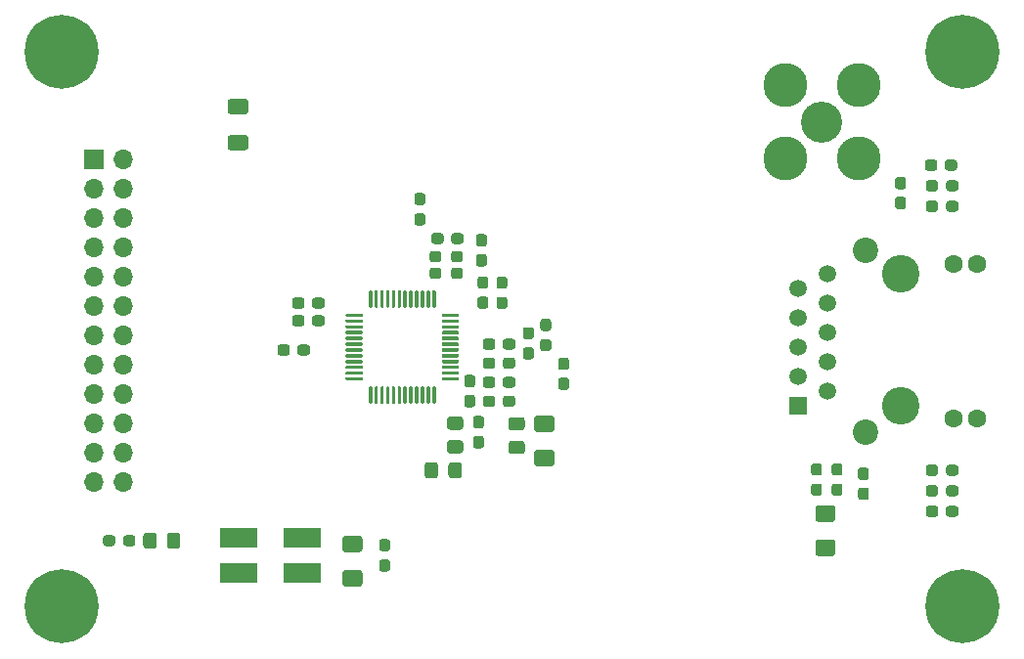
<source format=gts>
G04 #@! TF.GenerationSoftware,KiCad,Pcbnew,(5.1.12)-1*
G04 #@! TF.CreationDate,2021-12-16T18:47:01+01:00*
G04 #@! TF.ProjectId,eth_phy_KSZ8041MLL_poe,6574685f-7068-4795-9f4b-535a38303431,rev?*
G04 #@! TF.SameCoordinates,Original*
G04 #@! TF.FileFunction,Soldermask,Top*
G04 #@! TF.FilePolarity,Negative*
%FSLAX46Y46*%
G04 Gerber Fmt 4.6, Leading zero omitted, Abs format (unit mm)*
G04 Created by KiCad (PCBNEW (5.1.12)-1) date 2021-12-16 18:47:01*
%MOMM*%
%LPD*%
G01*
G04 APERTURE LIST*
%ADD10C,1.600000*%
%ADD11R,1.500000X1.500000*%
%ADD12C,1.500000*%
%ADD13C,2.200000*%
%ADD14C,3.250000*%
%ADD15R,3.300000X1.700000*%
%ADD16R,1.700000X1.700000*%
%ADD17O,1.700000X1.700000*%
%ADD18C,3.810000*%
%ADD19C,3.556000*%
%ADD20C,0.800000*%
%ADD21C,6.400000*%
G04 APERTURE END LIST*
D10*
X191260000Y-75316000D03*
X193290000Y-75316000D03*
X191260000Y-88766000D03*
D11*
X177800000Y-87630000D03*
D12*
X177800000Y-85090000D03*
X177800000Y-82550000D03*
X177800000Y-80010000D03*
X177800000Y-77470000D03*
X180340000Y-86360000D03*
X180340000Y-83820000D03*
X180340000Y-81280000D03*
X180340000Y-78740000D03*
D13*
X183642000Y-89916000D03*
D14*
X186690000Y-87630000D03*
X186690000Y-76200000D03*
D13*
X183640000Y-74170000D03*
D10*
X193290000Y-88766000D03*
D12*
X180340000Y-76200000D03*
G36*
G01*
X150492000Y-85835500D02*
X150492000Y-85360500D01*
G75*
G02*
X150729500Y-85123000I237500J0D01*
G01*
X151329500Y-85123000D01*
G75*
G02*
X151567000Y-85360500I0J-237500D01*
G01*
X151567000Y-85835500D01*
G75*
G02*
X151329500Y-86073000I-237500J0D01*
G01*
X150729500Y-86073000D01*
G75*
G02*
X150492000Y-85835500I0J237500D01*
G01*
G37*
G36*
G01*
X152217000Y-85835500D02*
X152217000Y-85360500D01*
G75*
G02*
X152454500Y-85123000I237500J0D01*
G01*
X153054500Y-85123000D01*
G75*
G02*
X153292000Y-85360500I0J-237500D01*
G01*
X153292000Y-85835500D01*
G75*
G02*
X153054500Y-86073000I-237500J0D01*
G01*
X152454500Y-86073000D01*
G75*
G02*
X152217000Y-85835500I0J237500D01*
G01*
G37*
G36*
G01*
X148820500Y-72914500D02*
X148820500Y-73389500D01*
G75*
G02*
X148583000Y-73627000I-237500J0D01*
G01*
X147983000Y-73627000D01*
G75*
G02*
X147745500Y-73389500I0J237500D01*
G01*
X147745500Y-72914500D01*
G75*
G02*
X147983000Y-72677000I237500J0D01*
G01*
X148583000Y-72677000D01*
G75*
G02*
X148820500Y-72914500I0J-237500D01*
G01*
G37*
G36*
G01*
X147095500Y-72914500D02*
X147095500Y-73389500D01*
G75*
G02*
X146858000Y-73627000I-237500J0D01*
G01*
X146258000Y-73627000D01*
G75*
G02*
X146020500Y-73389500I0J237500D01*
G01*
X146020500Y-72914500D01*
G75*
G02*
X146258000Y-72677000I237500J0D01*
G01*
X146858000Y-72677000D01*
G75*
G02*
X147095500Y-72914500I0J-237500D01*
G01*
G37*
G36*
G01*
X129936002Y-65509500D02*
X128635998Y-65509500D01*
G75*
G02*
X128386000Y-65259502I0J249998D01*
G01*
X128386000Y-64434498D01*
G75*
G02*
X128635998Y-64184500I249998J0D01*
G01*
X129936002Y-64184500D01*
G75*
G02*
X130186000Y-64434498I0J-249998D01*
G01*
X130186000Y-65259502D01*
G75*
G02*
X129936002Y-65509500I-249998J0D01*
G01*
G37*
G36*
G01*
X129936002Y-62384500D02*
X128635998Y-62384500D01*
G75*
G02*
X128386000Y-62134502I0J249998D01*
G01*
X128386000Y-61309498D01*
G75*
G02*
X128635998Y-61059500I249998J0D01*
G01*
X129936002Y-61059500D01*
G75*
G02*
X130186000Y-61309498I0J-249998D01*
G01*
X130186000Y-62134502D01*
G75*
G02*
X129936002Y-62384500I-249998J0D01*
G01*
G37*
G36*
G01*
X135057000Y-78502500D02*
X135057000Y-78977500D01*
G75*
G02*
X134819500Y-79215000I-237500J0D01*
G01*
X134219500Y-79215000D01*
G75*
G02*
X133982000Y-78977500I0J237500D01*
G01*
X133982000Y-78502500D01*
G75*
G02*
X134219500Y-78265000I237500J0D01*
G01*
X134819500Y-78265000D01*
G75*
G02*
X135057000Y-78502500I0J-237500D01*
G01*
G37*
G36*
G01*
X136782000Y-78502500D02*
X136782000Y-78977500D01*
G75*
G02*
X136544500Y-79215000I-237500J0D01*
G01*
X135944500Y-79215000D01*
G75*
G02*
X135707000Y-78977500I0J237500D01*
G01*
X135707000Y-78502500D01*
G75*
G02*
X135944500Y-78265000I237500J0D01*
G01*
X136544500Y-78265000D01*
G75*
G02*
X136782000Y-78502500I0J-237500D01*
G01*
G37*
G36*
G01*
X136782000Y-80026500D02*
X136782000Y-80501500D01*
G75*
G02*
X136544500Y-80739000I-237500J0D01*
G01*
X135944500Y-80739000D01*
G75*
G02*
X135707000Y-80501500I0J237500D01*
G01*
X135707000Y-80026500D01*
G75*
G02*
X135944500Y-79789000I237500J0D01*
G01*
X136544500Y-79789000D01*
G75*
G02*
X136782000Y-80026500I0J-237500D01*
G01*
G37*
G36*
G01*
X135057000Y-80026500D02*
X135057000Y-80501500D01*
G75*
G02*
X134819500Y-80739000I-237500J0D01*
G01*
X134219500Y-80739000D01*
G75*
G02*
X133982000Y-80501500I0J237500D01*
G01*
X133982000Y-80026500D01*
G75*
G02*
X134219500Y-79789000I237500J0D01*
G01*
X134819500Y-79789000D01*
G75*
G02*
X135057000Y-80026500I0J-237500D01*
G01*
G37*
G36*
G01*
X155178600Y-91453000D02*
X156428600Y-91453000D01*
G75*
G02*
X156678600Y-91703000I0J-250000D01*
G01*
X156678600Y-92628000D01*
G75*
G02*
X156428600Y-92878000I-250000J0D01*
G01*
X155178600Y-92878000D01*
G75*
G02*
X154928600Y-92628000I0J250000D01*
G01*
X154928600Y-91703000D01*
G75*
G02*
X155178600Y-91453000I250000J0D01*
G01*
G37*
G36*
G01*
X155178600Y-88478000D02*
X156428600Y-88478000D01*
G75*
G02*
X156678600Y-88728000I0J-250000D01*
G01*
X156678600Y-89653000D01*
G75*
G02*
X156428600Y-89903000I-250000J0D01*
G01*
X155178600Y-89903000D01*
G75*
G02*
X154928600Y-89653000I0J250000D01*
G01*
X154928600Y-88728000D01*
G75*
G02*
X155178600Y-88478000I250000J0D01*
G01*
G37*
G36*
G01*
X152217000Y-82533500D02*
X152217000Y-82058500D01*
G75*
G02*
X152454500Y-81821000I237500J0D01*
G01*
X153054500Y-81821000D01*
G75*
G02*
X153292000Y-82058500I0J-237500D01*
G01*
X153292000Y-82533500D01*
G75*
G02*
X153054500Y-82771000I-237500J0D01*
G01*
X152454500Y-82771000D01*
G75*
G02*
X152217000Y-82533500I0J237500D01*
G01*
G37*
G36*
G01*
X150492000Y-82533500D02*
X150492000Y-82058500D01*
G75*
G02*
X150729500Y-81821000I237500J0D01*
G01*
X151329500Y-81821000D01*
G75*
G02*
X151567000Y-82058500I0J-237500D01*
G01*
X151567000Y-82533500D01*
G75*
G02*
X151329500Y-82771000I-237500J0D01*
G01*
X150729500Y-82771000D01*
G75*
G02*
X150492000Y-82533500I0J237500D01*
G01*
G37*
G36*
G01*
X152217000Y-84184500D02*
X152217000Y-83709500D01*
G75*
G02*
X152454500Y-83472000I237500J0D01*
G01*
X153054500Y-83472000D01*
G75*
G02*
X153292000Y-83709500I0J-237500D01*
G01*
X153292000Y-84184500D01*
G75*
G02*
X153054500Y-84422000I-237500J0D01*
G01*
X152454500Y-84422000D01*
G75*
G02*
X152217000Y-84184500I0J237500D01*
G01*
G37*
G36*
G01*
X150492000Y-84184500D02*
X150492000Y-83709500D01*
G75*
G02*
X150729500Y-83472000I237500J0D01*
G01*
X151329500Y-83472000D01*
G75*
G02*
X151567000Y-83709500I0J-237500D01*
G01*
X151567000Y-84184500D01*
G75*
G02*
X151329500Y-84422000I-237500J0D01*
G01*
X150729500Y-84422000D01*
G75*
G02*
X150492000Y-84184500I0J237500D01*
G01*
G37*
G36*
G01*
X149876500Y-88516000D02*
X150351500Y-88516000D01*
G75*
G02*
X150589000Y-88753500I0J-237500D01*
G01*
X150589000Y-89353500D01*
G75*
G02*
X150351500Y-89591000I-237500J0D01*
G01*
X149876500Y-89591000D01*
G75*
G02*
X149639000Y-89353500I0J237500D01*
G01*
X149639000Y-88753500D01*
G75*
G02*
X149876500Y-88516000I237500J0D01*
G01*
G37*
G36*
G01*
X149876500Y-90241000D02*
X150351500Y-90241000D01*
G75*
G02*
X150589000Y-90478500I0J-237500D01*
G01*
X150589000Y-91078500D01*
G75*
G02*
X150351500Y-91316000I-237500J0D01*
G01*
X149876500Y-91316000D01*
G75*
G02*
X149639000Y-91078500I0J237500D01*
G01*
X149639000Y-90478500D01*
G75*
G02*
X149876500Y-90241000I237500J0D01*
G01*
G37*
G36*
G01*
X135512000Y-82566500D02*
X135512000Y-83041500D01*
G75*
G02*
X135274500Y-83279000I-237500J0D01*
G01*
X134674500Y-83279000D01*
G75*
G02*
X134437000Y-83041500I0J237500D01*
G01*
X134437000Y-82566500D01*
G75*
G02*
X134674500Y-82329000I237500J0D01*
G01*
X135274500Y-82329000D01*
G75*
G02*
X135512000Y-82566500I0J-237500D01*
G01*
G37*
G36*
G01*
X133787000Y-82566500D02*
X133787000Y-83041500D01*
G75*
G02*
X133549500Y-83279000I-237500J0D01*
G01*
X132949500Y-83279000D01*
G75*
G02*
X132712000Y-83041500I0J237500D01*
G01*
X132712000Y-82566500D01*
G75*
G02*
X132949500Y-82329000I237500J0D01*
G01*
X133549500Y-82329000D01*
G75*
G02*
X133787000Y-82566500I0J-237500D01*
G01*
G37*
G36*
G01*
X186876700Y-70615000D02*
X186401700Y-70615000D01*
G75*
G02*
X186164200Y-70377500I0J237500D01*
G01*
X186164200Y-69777500D01*
G75*
G02*
X186401700Y-69540000I237500J0D01*
G01*
X186876700Y-69540000D01*
G75*
G02*
X187114200Y-69777500I0J-237500D01*
G01*
X187114200Y-70377500D01*
G75*
G02*
X186876700Y-70615000I-237500J0D01*
G01*
G37*
G36*
G01*
X186876700Y-68890000D02*
X186401700Y-68890000D01*
G75*
G02*
X186164200Y-68652500I0J237500D01*
G01*
X186164200Y-68052500D01*
G75*
G02*
X186401700Y-67815000I237500J0D01*
G01*
X186876700Y-67815000D01*
G75*
G02*
X187114200Y-68052500I0J-237500D01*
G01*
X187114200Y-68652500D01*
G75*
G02*
X186876700Y-68890000I-237500J0D01*
G01*
G37*
G36*
G01*
X152217000Y-87486500D02*
X152217000Y-87011500D01*
G75*
G02*
X152454500Y-86774000I237500J0D01*
G01*
X153054500Y-86774000D01*
G75*
G02*
X153292000Y-87011500I0J-237500D01*
G01*
X153292000Y-87486500D01*
G75*
G02*
X153054500Y-87724000I-237500J0D01*
G01*
X152454500Y-87724000D01*
G75*
G02*
X152217000Y-87486500I0J237500D01*
G01*
G37*
G36*
G01*
X150492000Y-87486500D02*
X150492000Y-87011500D01*
G75*
G02*
X150729500Y-86774000I237500J0D01*
G01*
X151329500Y-86774000D01*
G75*
G02*
X151567000Y-87011500I0J-237500D01*
G01*
X151567000Y-87486500D01*
G75*
G02*
X151329500Y-87724000I-237500J0D01*
G01*
X150729500Y-87724000D01*
G75*
G02*
X150492000Y-87486500I0J237500D01*
G01*
G37*
G36*
G01*
X183201300Y-94711400D02*
X183676300Y-94711400D01*
G75*
G02*
X183913800Y-94948900I0J-237500D01*
G01*
X183913800Y-95548900D01*
G75*
G02*
X183676300Y-95786400I-237500J0D01*
G01*
X183201300Y-95786400D01*
G75*
G02*
X182963800Y-95548900I0J237500D01*
G01*
X182963800Y-94948900D01*
G75*
G02*
X183201300Y-94711400I237500J0D01*
G01*
G37*
G36*
G01*
X183201300Y-92986400D02*
X183676300Y-92986400D01*
G75*
G02*
X183913800Y-93223900I0J-237500D01*
G01*
X183913800Y-93823900D01*
G75*
G02*
X183676300Y-94061400I-237500J0D01*
G01*
X183201300Y-94061400D01*
G75*
G02*
X182963800Y-93823900I0J237500D01*
G01*
X182963800Y-93223900D01*
G75*
G02*
X183201300Y-92986400I237500J0D01*
G01*
G37*
G36*
G01*
X149114500Y-84960000D02*
X149589500Y-84960000D01*
G75*
G02*
X149827000Y-85197500I0J-237500D01*
G01*
X149827000Y-85797500D01*
G75*
G02*
X149589500Y-86035000I-237500J0D01*
G01*
X149114500Y-86035000D01*
G75*
G02*
X148877000Y-85797500I0J237500D01*
G01*
X148877000Y-85197500D01*
G75*
G02*
X149114500Y-84960000I237500J0D01*
G01*
G37*
G36*
G01*
X149114500Y-86685000D02*
X149589500Y-86685000D01*
G75*
G02*
X149827000Y-86922500I0J-237500D01*
G01*
X149827000Y-87522500D01*
G75*
G02*
X149589500Y-87760000I-237500J0D01*
G01*
X149114500Y-87760000D01*
G75*
G02*
X148877000Y-87522500I0J237500D01*
G01*
X148877000Y-86922500D01*
G75*
G02*
X149114500Y-86685000I237500J0D01*
G01*
G37*
G36*
G01*
X179511800Y-96250400D02*
X180761800Y-96250400D01*
G75*
G02*
X181011800Y-96500400I0J-250000D01*
G01*
X181011800Y-97425400D01*
G75*
G02*
X180761800Y-97675400I-250000J0D01*
G01*
X179511800Y-97675400D01*
G75*
G02*
X179261800Y-97425400I0J250000D01*
G01*
X179261800Y-96500400D01*
G75*
G02*
X179511800Y-96250400I250000J0D01*
G01*
G37*
G36*
G01*
X179511800Y-99225400D02*
X180761800Y-99225400D01*
G75*
G02*
X181011800Y-99475400I0J-250000D01*
G01*
X181011800Y-100400400D01*
G75*
G02*
X180761800Y-100650400I-250000J0D01*
G01*
X179511800Y-100650400D01*
G75*
G02*
X179261800Y-100400400I0J250000D01*
G01*
X179261800Y-99475400D01*
G75*
G02*
X179511800Y-99225400I250000J0D01*
G01*
G37*
G36*
G01*
X190470500Y-67039500D02*
X190470500Y-66564500D01*
G75*
G02*
X190708000Y-66327000I237500J0D01*
G01*
X191308000Y-66327000D01*
G75*
G02*
X191545500Y-66564500I0J-237500D01*
G01*
X191545500Y-67039500D01*
G75*
G02*
X191308000Y-67277000I-237500J0D01*
G01*
X190708000Y-67277000D01*
G75*
G02*
X190470500Y-67039500I0J237500D01*
G01*
G37*
G36*
G01*
X188745500Y-67039500D02*
X188745500Y-66564500D01*
G75*
G02*
X188983000Y-66327000I237500J0D01*
G01*
X189583000Y-66327000D01*
G75*
G02*
X189820500Y-66564500I0J-237500D01*
G01*
X189820500Y-67039500D01*
G75*
G02*
X189583000Y-67277000I-237500J0D01*
G01*
X188983000Y-67277000D01*
G75*
G02*
X188745500Y-67039500I0J237500D01*
G01*
G37*
D15*
X129330000Y-99060000D03*
X134830000Y-99060000D03*
X134830000Y-102108000D03*
X129330000Y-102108000D03*
G36*
G01*
X124291000Y-98863999D02*
X124291000Y-99764001D01*
G75*
G02*
X124041001Y-100014000I-249999J0D01*
G01*
X123390999Y-100014000D01*
G75*
G02*
X123141000Y-99764001I0J249999D01*
G01*
X123141000Y-98863999D01*
G75*
G02*
X123390999Y-98614000I249999J0D01*
G01*
X124041001Y-98614000D01*
G75*
G02*
X124291000Y-98863999I0J-249999D01*
G01*
G37*
G36*
G01*
X122241000Y-98863999D02*
X122241000Y-99764001D01*
G75*
G02*
X121991001Y-100014000I-249999J0D01*
G01*
X121340999Y-100014000D01*
G75*
G02*
X121091000Y-99764001I0J249999D01*
G01*
X121091000Y-98863999D01*
G75*
G02*
X121340999Y-98614000I249999J0D01*
G01*
X121991001Y-98614000D01*
G75*
G02*
X122241000Y-98863999I0J-249999D01*
G01*
G37*
G36*
G01*
X152965999Y-88620800D02*
X153866001Y-88620800D01*
G75*
G02*
X154116000Y-88870799I0J-249999D01*
G01*
X154116000Y-89520801D01*
G75*
G02*
X153866001Y-89770800I-249999J0D01*
G01*
X152965999Y-89770800D01*
G75*
G02*
X152716000Y-89520801I0J249999D01*
G01*
X152716000Y-88870799D01*
G75*
G02*
X152965999Y-88620800I249999J0D01*
G01*
G37*
G36*
G01*
X152965999Y-90670800D02*
X153866001Y-90670800D01*
G75*
G02*
X154116000Y-90920799I0J-249999D01*
G01*
X154116000Y-91570801D01*
G75*
G02*
X153866001Y-91820800I-249999J0D01*
G01*
X152965999Y-91820800D01*
G75*
G02*
X152716000Y-91570801I0J249999D01*
G01*
X152716000Y-90920799D01*
G75*
G02*
X152965999Y-90670800I249999J0D01*
G01*
G37*
G36*
G01*
X145457000Y-93668001D02*
X145457000Y-92767999D01*
G75*
G02*
X145706999Y-92518000I249999J0D01*
G01*
X146357001Y-92518000D01*
G75*
G02*
X146607000Y-92767999I0J-249999D01*
G01*
X146607000Y-93668001D01*
G75*
G02*
X146357001Y-93918000I-249999J0D01*
G01*
X145706999Y-93918000D01*
G75*
G02*
X145457000Y-93668001I0J249999D01*
G01*
G37*
G36*
G01*
X147507000Y-93668001D02*
X147507000Y-92767999D01*
G75*
G02*
X147756999Y-92518000I249999J0D01*
G01*
X148407001Y-92518000D01*
G75*
G02*
X148657000Y-92767999I0J-249999D01*
G01*
X148657000Y-93668001D01*
G75*
G02*
X148407001Y-93918000I-249999J0D01*
G01*
X147756999Y-93918000D01*
G75*
G02*
X147507000Y-93668001I0J249999D01*
G01*
G37*
G36*
G01*
X147631999Y-90620000D02*
X148532001Y-90620000D01*
G75*
G02*
X148782000Y-90869999I0J-249999D01*
G01*
X148782000Y-91520001D01*
G75*
G02*
X148532001Y-91770000I-249999J0D01*
G01*
X147631999Y-91770000D01*
G75*
G02*
X147382000Y-91520001I0J249999D01*
G01*
X147382000Y-90869999D01*
G75*
G02*
X147631999Y-90620000I249999J0D01*
G01*
G37*
G36*
G01*
X147631999Y-88570000D02*
X148532001Y-88570000D01*
G75*
G02*
X148782000Y-88819999I0J-249999D01*
G01*
X148782000Y-89470001D01*
G75*
G02*
X148532001Y-89720000I-249999J0D01*
G01*
X147631999Y-89720000D01*
G75*
G02*
X147382000Y-89470001I0J249999D01*
G01*
X147382000Y-88819999D01*
G75*
G02*
X147631999Y-88570000I249999J0D01*
G01*
G37*
G36*
G01*
X148410000Y-85225000D02*
X148410000Y-85375000D01*
G75*
G02*
X148335000Y-85450000I-75000J0D01*
G01*
X147010000Y-85450000D01*
G75*
G02*
X146935000Y-85375000I0J75000D01*
G01*
X146935000Y-85225000D01*
G75*
G02*
X147010000Y-85150000I75000J0D01*
G01*
X148335000Y-85150000D01*
G75*
G02*
X148410000Y-85225000I0J-75000D01*
G01*
G37*
G36*
G01*
X148410000Y-84725000D02*
X148410000Y-84875000D01*
G75*
G02*
X148335000Y-84950000I-75000J0D01*
G01*
X147010000Y-84950000D01*
G75*
G02*
X146935000Y-84875000I0J75000D01*
G01*
X146935000Y-84725000D01*
G75*
G02*
X147010000Y-84650000I75000J0D01*
G01*
X148335000Y-84650000D01*
G75*
G02*
X148410000Y-84725000I0J-75000D01*
G01*
G37*
G36*
G01*
X148410000Y-84225000D02*
X148410000Y-84375000D01*
G75*
G02*
X148335000Y-84450000I-75000J0D01*
G01*
X147010000Y-84450000D01*
G75*
G02*
X146935000Y-84375000I0J75000D01*
G01*
X146935000Y-84225000D01*
G75*
G02*
X147010000Y-84150000I75000J0D01*
G01*
X148335000Y-84150000D01*
G75*
G02*
X148410000Y-84225000I0J-75000D01*
G01*
G37*
G36*
G01*
X148410000Y-83725000D02*
X148410000Y-83875000D01*
G75*
G02*
X148335000Y-83950000I-75000J0D01*
G01*
X147010000Y-83950000D01*
G75*
G02*
X146935000Y-83875000I0J75000D01*
G01*
X146935000Y-83725000D01*
G75*
G02*
X147010000Y-83650000I75000J0D01*
G01*
X148335000Y-83650000D01*
G75*
G02*
X148410000Y-83725000I0J-75000D01*
G01*
G37*
G36*
G01*
X148410000Y-83225000D02*
X148410000Y-83375000D01*
G75*
G02*
X148335000Y-83450000I-75000J0D01*
G01*
X147010000Y-83450000D01*
G75*
G02*
X146935000Y-83375000I0J75000D01*
G01*
X146935000Y-83225000D01*
G75*
G02*
X147010000Y-83150000I75000J0D01*
G01*
X148335000Y-83150000D01*
G75*
G02*
X148410000Y-83225000I0J-75000D01*
G01*
G37*
G36*
G01*
X148410000Y-82725000D02*
X148410000Y-82875000D01*
G75*
G02*
X148335000Y-82950000I-75000J0D01*
G01*
X147010000Y-82950000D01*
G75*
G02*
X146935000Y-82875000I0J75000D01*
G01*
X146935000Y-82725000D01*
G75*
G02*
X147010000Y-82650000I75000J0D01*
G01*
X148335000Y-82650000D01*
G75*
G02*
X148410000Y-82725000I0J-75000D01*
G01*
G37*
G36*
G01*
X148410000Y-82225000D02*
X148410000Y-82375000D01*
G75*
G02*
X148335000Y-82450000I-75000J0D01*
G01*
X147010000Y-82450000D01*
G75*
G02*
X146935000Y-82375000I0J75000D01*
G01*
X146935000Y-82225000D01*
G75*
G02*
X147010000Y-82150000I75000J0D01*
G01*
X148335000Y-82150000D01*
G75*
G02*
X148410000Y-82225000I0J-75000D01*
G01*
G37*
G36*
G01*
X148410000Y-81725000D02*
X148410000Y-81875000D01*
G75*
G02*
X148335000Y-81950000I-75000J0D01*
G01*
X147010000Y-81950000D01*
G75*
G02*
X146935000Y-81875000I0J75000D01*
G01*
X146935000Y-81725000D01*
G75*
G02*
X147010000Y-81650000I75000J0D01*
G01*
X148335000Y-81650000D01*
G75*
G02*
X148410000Y-81725000I0J-75000D01*
G01*
G37*
G36*
G01*
X148410000Y-81225000D02*
X148410000Y-81375000D01*
G75*
G02*
X148335000Y-81450000I-75000J0D01*
G01*
X147010000Y-81450000D01*
G75*
G02*
X146935000Y-81375000I0J75000D01*
G01*
X146935000Y-81225000D01*
G75*
G02*
X147010000Y-81150000I75000J0D01*
G01*
X148335000Y-81150000D01*
G75*
G02*
X148410000Y-81225000I0J-75000D01*
G01*
G37*
G36*
G01*
X148410000Y-80725000D02*
X148410000Y-80875000D01*
G75*
G02*
X148335000Y-80950000I-75000J0D01*
G01*
X147010000Y-80950000D01*
G75*
G02*
X146935000Y-80875000I0J75000D01*
G01*
X146935000Y-80725000D01*
G75*
G02*
X147010000Y-80650000I75000J0D01*
G01*
X148335000Y-80650000D01*
G75*
G02*
X148410000Y-80725000I0J-75000D01*
G01*
G37*
G36*
G01*
X148410000Y-80225000D02*
X148410000Y-80375000D01*
G75*
G02*
X148335000Y-80450000I-75000J0D01*
G01*
X147010000Y-80450000D01*
G75*
G02*
X146935000Y-80375000I0J75000D01*
G01*
X146935000Y-80225000D01*
G75*
G02*
X147010000Y-80150000I75000J0D01*
G01*
X148335000Y-80150000D01*
G75*
G02*
X148410000Y-80225000I0J-75000D01*
G01*
G37*
G36*
G01*
X148410000Y-79725000D02*
X148410000Y-79875000D01*
G75*
G02*
X148335000Y-79950000I-75000J0D01*
G01*
X147010000Y-79950000D01*
G75*
G02*
X146935000Y-79875000I0J75000D01*
G01*
X146935000Y-79725000D01*
G75*
G02*
X147010000Y-79650000I75000J0D01*
G01*
X148335000Y-79650000D01*
G75*
G02*
X148410000Y-79725000I0J-75000D01*
G01*
G37*
G36*
G01*
X146410000Y-77725000D02*
X146410000Y-79050000D01*
G75*
G02*
X146335000Y-79125000I-75000J0D01*
G01*
X146185000Y-79125000D01*
G75*
G02*
X146110000Y-79050000I0J75000D01*
G01*
X146110000Y-77725000D01*
G75*
G02*
X146185000Y-77650000I75000J0D01*
G01*
X146335000Y-77650000D01*
G75*
G02*
X146410000Y-77725000I0J-75000D01*
G01*
G37*
G36*
G01*
X145910000Y-77725000D02*
X145910000Y-79050000D01*
G75*
G02*
X145835000Y-79125000I-75000J0D01*
G01*
X145685000Y-79125000D01*
G75*
G02*
X145610000Y-79050000I0J75000D01*
G01*
X145610000Y-77725000D01*
G75*
G02*
X145685000Y-77650000I75000J0D01*
G01*
X145835000Y-77650000D01*
G75*
G02*
X145910000Y-77725000I0J-75000D01*
G01*
G37*
G36*
G01*
X145410000Y-77725000D02*
X145410000Y-79050000D01*
G75*
G02*
X145335000Y-79125000I-75000J0D01*
G01*
X145185000Y-79125000D01*
G75*
G02*
X145110000Y-79050000I0J75000D01*
G01*
X145110000Y-77725000D01*
G75*
G02*
X145185000Y-77650000I75000J0D01*
G01*
X145335000Y-77650000D01*
G75*
G02*
X145410000Y-77725000I0J-75000D01*
G01*
G37*
G36*
G01*
X144910000Y-77725000D02*
X144910000Y-79050000D01*
G75*
G02*
X144835000Y-79125000I-75000J0D01*
G01*
X144685000Y-79125000D01*
G75*
G02*
X144610000Y-79050000I0J75000D01*
G01*
X144610000Y-77725000D01*
G75*
G02*
X144685000Y-77650000I75000J0D01*
G01*
X144835000Y-77650000D01*
G75*
G02*
X144910000Y-77725000I0J-75000D01*
G01*
G37*
G36*
G01*
X144410000Y-77725000D02*
X144410000Y-79050000D01*
G75*
G02*
X144335000Y-79125000I-75000J0D01*
G01*
X144185000Y-79125000D01*
G75*
G02*
X144110000Y-79050000I0J75000D01*
G01*
X144110000Y-77725000D01*
G75*
G02*
X144185000Y-77650000I75000J0D01*
G01*
X144335000Y-77650000D01*
G75*
G02*
X144410000Y-77725000I0J-75000D01*
G01*
G37*
G36*
G01*
X143910000Y-77725000D02*
X143910000Y-79050000D01*
G75*
G02*
X143835000Y-79125000I-75000J0D01*
G01*
X143685000Y-79125000D01*
G75*
G02*
X143610000Y-79050000I0J75000D01*
G01*
X143610000Y-77725000D01*
G75*
G02*
X143685000Y-77650000I75000J0D01*
G01*
X143835000Y-77650000D01*
G75*
G02*
X143910000Y-77725000I0J-75000D01*
G01*
G37*
G36*
G01*
X143410000Y-77725000D02*
X143410000Y-79050000D01*
G75*
G02*
X143335000Y-79125000I-75000J0D01*
G01*
X143185000Y-79125000D01*
G75*
G02*
X143110000Y-79050000I0J75000D01*
G01*
X143110000Y-77725000D01*
G75*
G02*
X143185000Y-77650000I75000J0D01*
G01*
X143335000Y-77650000D01*
G75*
G02*
X143410000Y-77725000I0J-75000D01*
G01*
G37*
G36*
G01*
X142910000Y-77725000D02*
X142910000Y-79050000D01*
G75*
G02*
X142835000Y-79125000I-75000J0D01*
G01*
X142685000Y-79125000D01*
G75*
G02*
X142610000Y-79050000I0J75000D01*
G01*
X142610000Y-77725000D01*
G75*
G02*
X142685000Y-77650000I75000J0D01*
G01*
X142835000Y-77650000D01*
G75*
G02*
X142910000Y-77725000I0J-75000D01*
G01*
G37*
G36*
G01*
X142410000Y-77725000D02*
X142410000Y-79050000D01*
G75*
G02*
X142335000Y-79125000I-75000J0D01*
G01*
X142185000Y-79125000D01*
G75*
G02*
X142110000Y-79050000I0J75000D01*
G01*
X142110000Y-77725000D01*
G75*
G02*
X142185000Y-77650000I75000J0D01*
G01*
X142335000Y-77650000D01*
G75*
G02*
X142410000Y-77725000I0J-75000D01*
G01*
G37*
G36*
G01*
X141910000Y-77725000D02*
X141910000Y-79050000D01*
G75*
G02*
X141835000Y-79125000I-75000J0D01*
G01*
X141685000Y-79125000D01*
G75*
G02*
X141610000Y-79050000I0J75000D01*
G01*
X141610000Y-77725000D01*
G75*
G02*
X141685000Y-77650000I75000J0D01*
G01*
X141835000Y-77650000D01*
G75*
G02*
X141910000Y-77725000I0J-75000D01*
G01*
G37*
G36*
G01*
X141410000Y-77725000D02*
X141410000Y-79050000D01*
G75*
G02*
X141335000Y-79125000I-75000J0D01*
G01*
X141185000Y-79125000D01*
G75*
G02*
X141110000Y-79050000I0J75000D01*
G01*
X141110000Y-77725000D01*
G75*
G02*
X141185000Y-77650000I75000J0D01*
G01*
X141335000Y-77650000D01*
G75*
G02*
X141410000Y-77725000I0J-75000D01*
G01*
G37*
G36*
G01*
X140910000Y-77725000D02*
X140910000Y-79050000D01*
G75*
G02*
X140835000Y-79125000I-75000J0D01*
G01*
X140685000Y-79125000D01*
G75*
G02*
X140610000Y-79050000I0J75000D01*
G01*
X140610000Y-77725000D01*
G75*
G02*
X140685000Y-77650000I75000J0D01*
G01*
X140835000Y-77650000D01*
G75*
G02*
X140910000Y-77725000I0J-75000D01*
G01*
G37*
G36*
G01*
X140085000Y-79725000D02*
X140085000Y-79875000D01*
G75*
G02*
X140010000Y-79950000I-75000J0D01*
G01*
X138685000Y-79950000D01*
G75*
G02*
X138610000Y-79875000I0J75000D01*
G01*
X138610000Y-79725000D01*
G75*
G02*
X138685000Y-79650000I75000J0D01*
G01*
X140010000Y-79650000D01*
G75*
G02*
X140085000Y-79725000I0J-75000D01*
G01*
G37*
G36*
G01*
X140085000Y-80225000D02*
X140085000Y-80375000D01*
G75*
G02*
X140010000Y-80450000I-75000J0D01*
G01*
X138685000Y-80450000D01*
G75*
G02*
X138610000Y-80375000I0J75000D01*
G01*
X138610000Y-80225000D01*
G75*
G02*
X138685000Y-80150000I75000J0D01*
G01*
X140010000Y-80150000D01*
G75*
G02*
X140085000Y-80225000I0J-75000D01*
G01*
G37*
G36*
G01*
X140085000Y-80725000D02*
X140085000Y-80875000D01*
G75*
G02*
X140010000Y-80950000I-75000J0D01*
G01*
X138685000Y-80950000D01*
G75*
G02*
X138610000Y-80875000I0J75000D01*
G01*
X138610000Y-80725000D01*
G75*
G02*
X138685000Y-80650000I75000J0D01*
G01*
X140010000Y-80650000D01*
G75*
G02*
X140085000Y-80725000I0J-75000D01*
G01*
G37*
G36*
G01*
X140085000Y-81225000D02*
X140085000Y-81375000D01*
G75*
G02*
X140010000Y-81450000I-75000J0D01*
G01*
X138685000Y-81450000D01*
G75*
G02*
X138610000Y-81375000I0J75000D01*
G01*
X138610000Y-81225000D01*
G75*
G02*
X138685000Y-81150000I75000J0D01*
G01*
X140010000Y-81150000D01*
G75*
G02*
X140085000Y-81225000I0J-75000D01*
G01*
G37*
G36*
G01*
X140085000Y-81725000D02*
X140085000Y-81875000D01*
G75*
G02*
X140010000Y-81950000I-75000J0D01*
G01*
X138685000Y-81950000D01*
G75*
G02*
X138610000Y-81875000I0J75000D01*
G01*
X138610000Y-81725000D01*
G75*
G02*
X138685000Y-81650000I75000J0D01*
G01*
X140010000Y-81650000D01*
G75*
G02*
X140085000Y-81725000I0J-75000D01*
G01*
G37*
G36*
G01*
X140085000Y-82225000D02*
X140085000Y-82375000D01*
G75*
G02*
X140010000Y-82450000I-75000J0D01*
G01*
X138685000Y-82450000D01*
G75*
G02*
X138610000Y-82375000I0J75000D01*
G01*
X138610000Y-82225000D01*
G75*
G02*
X138685000Y-82150000I75000J0D01*
G01*
X140010000Y-82150000D01*
G75*
G02*
X140085000Y-82225000I0J-75000D01*
G01*
G37*
G36*
G01*
X140085000Y-82725000D02*
X140085000Y-82875000D01*
G75*
G02*
X140010000Y-82950000I-75000J0D01*
G01*
X138685000Y-82950000D01*
G75*
G02*
X138610000Y-82875000I0J75000D01*
G01*
X138610000Y-82725000D01*
G75*
G02*
X138685000Y-82650000I75000J0D01*
G01*
X140010000Y-82650000D01*
G75*
G02*
X140085000Y-82725000I0J-75000D01*
G01*
G37*
G36*
G01*
X140085000Y-83225000D02*
X140085000Y-83375000D01*
G75*
G02*
X140010000Y-83450000I-75000J0D01*
G01*
X138685000Y-83450000D01*
G75*
G02*
X138610000Y-83375000I0J75000D01*
G01*
X138610000Y-83225000D01*
G75*
G02*
X138685000Y-83150000I75000J0D01*
G01*
X140010000Y-83150000D01*
G75*
G02*
X140085000Y-83225000I0J-75000D01*
G01*
G37*
G36*
G01*
X140085000Y-83725000D02*
X140085000Y-83875000D01*
G75*
G02*
X140010000Y-83950000I-75000J0D01*
G01*
X138685000Y-83950000D01*
G75*
G02*
X138610000Y-83875000I0J75000D01*
G01*
X138610000Y-83725000D01*
G75*
G02*
X138685000Y-83650000I75000J0D01*
G01*
X140010000Y-83650000D01*
G75*
G02*
X140085000Y-83725000I0J-75000D01*
G01*
G37*
G36*
G01*
X140085000Y-84225000D02*
X140085000Y-84375000D01*
G75*
G02*
X140010000Y-84450000I-75000J0D01*
G01*
X138685000Y-84450000D01*
G75*
G02*
X138610000Y-84375000I0J75000D01*
G01*
X138610000Y-84225000D01*
G75*
G02*
X138685000Y-84150000I75000J0D01*
G01*
X140010000Y-84150000D01*
G75*
G02*
X140085000Y-84225000I0J-75000D01*
G01*
G37*
G36*
G01*
X140085000Y-84725000D02*
X140085000Y-84875000D01*
G75*
G02*
X140010000Y-84950000I-75000J0D01*
G01*
X138685000Y-84950000D01*
G75*
G02*
X138610000Y-84875000I0J75000D01*
G01*
X138610000Y-84725000D01*
G75*
G02*
X138685000Y-84650000I75000J0D01*
G01*
X140010000Y-84650000D01*
G75*
G02*
X140085000Y-84725000I0J-75000D01*
G01*
G37*
G36*
G01*
X140085000Y-85225000D02*
X140085000Y-85375000D01*
G75*
G02*
X140010000Y-85450000I-75000J0D01*
G01*
X138685000Y-85450000D01*
G75*
G02*
X138610000Y-85375000I0J75000D01*
G01*
X138610000Y-85225000D01*
G75*
G02*
X138685000Y-85150000I75000J0D01*
G01*
X140010000Y-85150000D01*
G75*
G02*
X140085000Y-85225000I0J-75000D01*
G01*
G37*
G36*
G01*
X140910000Y-86050000D02*
X140910000Y-87375000D01*
G75*
G02*
X140835000Y-87450000I-75000J0D01*
G01*
X140685000Y-87450000D01*
G75*
G02*
X140610000Y-87375000I0J75000D01*
G01*
X140610000Y-86050000D01*
G75*
G02*
X140685000Y-85975000I75000J0D01*
G01*
X140835000Y-85975000D01*
G75*
G02*
X140910000Y-86050000I0J-75000D01*
G01*
G37*
G36*
G01*
X141410000Y-86050000D02*
X141410000Y-87375000D01*
G75*
G02*
X141335000Y-87450000I-75000J0D01*
G01*
X141185000Y-87450000D01*
G75*
G02*
X141110000Y-87375000I0J75000D01*
G01*
X141110000Y-86050000D01*
G75*
G02*
X141185000Y-85975000I75000J0D01*
G01*
X141335000Y-85975000D01*
G75*
G02*
X141410000Y-86050000I0J-75000D01*
G01*
G37*
G36*
G01*
X141910000Y-86050000D02*
X141910000Y-87375000D01*
G75*
G02*
X141835000Y-87450000I-75000J0D01*
G01*
X141685000Y-87450000D01*
G75*
G02*
X141610000Y-87375000I0J75000D01*
G01*
X141610000Y-86050000D01*
G75*
G02*
X141685000Y-85975000I75000J0D01*
G01*
X141835000Y-85975000D01*
G75*
G02*
X141910000Y-86050000I0J-75000D01*
G01*
G37*
G36*
G01*
X142410000Y-86050000D02*
X142410000Y-87375000D01*
G75*
G02*
X142335000Y-87450000I-75000J0D01*
G01*
X142185000Y-87450000D01*
G75*
G02*
X142110000Y-87375000I0J75000D01*
G01*
X142110000Y-86050000D01*
G75*
G02*
X142185000Y-85975000I75000J0D01*
G01*
X142335000Y-85975000D01*
G75*
G02*
X142410000Y-86050000I0J-75000D01*
G01*
G37*
G36*
G01*
X142910000Y-86050000D02*
X142910000Y-87375000D01*
G75*
G02*
X142835000Y-87450000I-75000J0D01*
G01*
X142685000Y-87450000D01*
G75*
G02*
X142610000Y-87375000I0J75000D01*
G01*
X142610000Y-86050000D01*
G75*
G02*
X142685000Y-85975000I75000J0D01*
G01*
X142835000Y-85975000D01*
G75*
G02*
X142910000Y-86050000I0J-75000D01*
G01*
G37*
G36*
G01*
X143410000Y-86050000D02*
X143410000Y-87375000D01*
G75*
G02*
X143335000Y-87450000I-75000J0D01*
G01*
X143185000Y-87450000D01*
G75*
G02*
X143110000Y-87375000I0J75000D01*
G01*
X143110000Y-86050000D01*
G75*
G02*
X143185000Y-85975000I75000J0D01*
G01*
X143335000Y-85975000D01*
G75*
G02*
X143410000Y-86050000I0J-75000D01*
G01*
G37*
G36*
G01*
X143910000Y-86050000D02*
X143910000Y-87375000D01*
G75*
G02*
X143835000Y-87450000I-75000J0D01*
G01*
X143685000Y-87450000D01*
G75*
G02*
X143610000Y-87375000I0J75000D01*
G01*
X143610000Y-86050000D01*
G75*
G02*
X143685000Y-85975000I75000J0D01*
G01*
X143835000Y-85975000D01*
G75*
G02*
X143910000Y-86050000I0J-75000D01*
G01*
G37*
G36*
G01*
X144410000Y-86050000D02*
X144410000Y-87375000D01*
G75*
G02*
X144335000Y-87450000I-75000J0D01*
G01*
X144185000Y-87450000D01*
G75*
G02*
X144110000Y-87375000I0J75000D01*
G01*
X144110000Y-86050000D01*
G75*
G02*
X144185000Y-85975000I75000J0D01*
G01*
X144335000Y-85975000D01*
G75*
G02*
X144410000Y-86050000I0J-75000D01*
G01*
G37*
G36*
G01*
X144910000Y-86050000D02*
X144910000Y-87375000D01*
G75*
G02*
X144835000Y-87450000I-75000J0D01*
G01*
X144685000Y-87450000D01*
G75*
G02*
X144610000Y-87375000I0J75000D01*
G01*
X144610000Y-86050000D01*
G75*
G02*
X144685000Y-85975000I75000J0D01*
G01*
X144835000Y-85975000D01*
G75*
G02*
X144910000Y-86050000I0J-75000D01*
G01*
G37*
G36*
G01*
X145410000Y-86050000D02*
X145410000Y-87375000D01*
G75*
G02*
X145335000Y-87450000I-75000J0D01*
G01*
X145185000Y-87450000D01*
G75*
G02*
X145110000Y-87375000I0J75000D01*
G01*
X145110000Y-86050000D01*
G75*
G02*
X145185000Y-85975000I75000J0D01*
G01*
X145335000Y-85975000D01*
G75*
G02*
X145410000Y-86050000I0J-75000D01*
G01*
G37*
G36*
G01*
X145910000Y-86050000D02*
X145910000Y-87375000D01*
G75*
G02*
X145835000Y-87450000I-75000J0D01*
G01*
X145685000Y-87450000D01*
G75*
G02*
X145610000Y-87375000I0J75000D01*
G01*
X145610000Y-86050000D01*
G75*
G02*
X145685000Y-85975000I75000J0D01*
G01*
X145835000Y-85975000D01*
G75*
G02*
X145910000Y-86050000I0J-75000D01*
G01*
G37*
G36*
G01*
X146410000Y-86050000D02*
X146410000Y-87375000D01*
G75*
G02*
X146335000Y-87450000I-75000J0D01*
G01*
X146185000Y-87450000D01*
G75*
G02*
X146110000Y-87375000I0J75000D01*
G01*
X146110000Y-86050000D01*
G75*
G02*
X146185000Y-85975000I75000J0D01*
G01*
X146335000Y-85975000D01*
G75*
G02*
X146410000Y-86050000I0J-75000D01*
G01*
G37*
D16*
X116840000Y-66294000D03*
D17*
X119380000Y-66294000D03*
X116840000Y-68834000D03*
X119380000Y-68834000D03*
X116840000Y-71374000D03*
X119380000Y-71374000D03*
X116840000Y-73914000D03*
X119380000Y-73914000D03*
X116840000Y-76454000D03*
X119380000Y-76454000D03*
X116840000Y-78994000D03*
X119380000Y-78994000D03*
X116840000Y-81534000D03*
X119380000Y-81534000D03*
X116840000Y-84074000D03*
X119380000Y-84074000D03*
X116840000Y-86614000D03*
X119380000Y-86614000D03*
X116840000Y-89154000D03*
X119380000Y-89154000D03*
X116840000Y-91694000D03*
X119380000Y-91694000D03*
X116840000Y-94234000D03*
X119380000Y-94234000D03*
D18*
X176657000Y-59867800D03*
D19*
X179832000Y-63042800D03*
D18*
X183007000Y-59867800D03*
X176657000Y-66217800D03*
X183007000Y-66217800D03*
G36*
G01*
X180915300Y-92619400D02*
X181390300Y-92619400D01*
G75*
G02*
X181627800Y-92856900I0J-237500D01*
G01*
X181627800Y-93431900D01*
G75*
G02*
X181390300Y-93669400I-237500J0D01*
G01*
X180915300Y-93669400D01*
G75*
G02*
X180677800Y-93431900I0J237500D01*
G01*
X180677800Y-92856900D01*
G75*
G02*
X180915300Y-92619400I237500J0D01*
G01*
G37*
G36*
G01*
X180915300Y-94369400D02*
X181390300Y-94369400D01*
G75*
G02*
X181627800Y-94606900I0J-237500D01*
G01*
X181627800Y-95181900D01*
G75*
G02*
X181390300Y-95419400I-237500J0D01*
G01*
X180915300Y-95419400D01*
G75*
G02*
X180677800Y-95181900I0J237500D01*
G01*
X180677800Y-94606900D01*
G75*
G02*
X180915300Y-94369400I237500J0D01*
G01*
G37*
G36*
G01*
X179137300Y-94369400D02*
X179612300Y-94369400D01*
G75*
G02*
X179849800Y-94606900I0J-237500D01*
G01*
X179849800Y-95181900D01*
G75*
G02*
X179612300Y-95419400I-237500J0D01*
G01*
X179137300Y-95419400D01*
G75*
G02*
X178899800Y-95181900I0J237500D01*
G01*
X178899800Y-94606900D01*
G75*
G02*
X179137300Y-94369400I237500J0D01*
G01*
G37*
G36*
G01*
X179137300Y-92619400D02*
X179612300Y-92619400D01*
G75*
G02*
X179849800Y-92856900I0J-237500D01*
G01*
X179849800Y-93431900D01*
G75*
G02*
X179612300Y-93669400I-237500J0D01*
G01*
X179137300Y-93669400D01*
G75*
G02*
X178899800Y-93431900I0J237500D01*
G01*
X178899800Y-92856900D01*
G75*
G02*
X179137300Y-92619400I237500J0D01*
G01*
G37*
G36*
G01*
X188846000Y-95233500D02*
X188846000Y-94758500D01*
G75*
G02*
X189083500Y-94521000I237500J0D01*
G01*
X189658500Y-94521000D01*
G75*
G02*
X189896000Y-94758500I0J-237500D01*
G01*
X189896000Y-95233500D01*
G75*
G02*
X189658500Y-95471000I-237500J0D01*
G01*
X189083500Y-95471000D01*
G75*
G02*
X188846000Y-95233500I0J237500D01*
G01*
G37*
G36*
G01*
X190596000Y-95233500D02*
X190596000Y-94758500D01*
G75*
G02*
X190833500Y-94521000I237500J0D01*
G01*
X191408500Y-94521000D01*
G75*
G02*
X191646000Y-94758500I0J-237500D01*
G01*
X191646000Y-95233500D01*
G75*
G02*
X191408500Y-95471000I-237500J0D01*
G01*
X190833500Y-95471000D01*
G75*
G02*
X190596000Y-95233500I0J237500D01*
G01*
G37*
G36*
G01*
X188846000Y-93455500D02*
X188846000Y-92980500D01*
G75*
G02*
X189083500Y-92743000I237500J0D01*
G01*
X189658500Y-92743000D01*
G75*
G02*
X189896000Y-92980500I0J-237500D01*
G01*
X189896000Y-93455500D01*
G75*
G02*
X189658500Y-93693000I-237500J0D01*
G01*
X189083500Y-93693000D01*
G75*
G02*
X188846000Y-93455500I0J237500D01*
G01*
G37*
G36*
G01*
X190596000Y-93455500D02*
X190596000Y-92980500D01*
G75*
G02*
X190833500Y-92743000I237500J0D01*
G01*
X191408500Y-92743000D01*
G75*
G02*
X191646000Y-92980500I0J-237500D01*
G01*
X191646000Y-93455500D01*
G75*
G02*
X191408500Y-93693000I-237500J0D01*
G01*
X190833500Y-93693000D01*
G75*
G02*
X190596000Y-93455500I0J237500D01*
G01*
G37*
G36*
G01*
X190596000Y-68817500D02*
X190596000Y-68342500D01*
G75*
G02*
X190833500Y-68105000I237500J0D01*
G01*
X191408500Y-68105000D01*
G75*
G02*
X191646000Y-68342500I0J-237500D01*
G01*
X191646000Y-68817500D01*
G75*
G02*
X191408500Y-69055000I-237500J0D01*
G01*
X190833500Y-69055000D01*
G75*
G02*
X190596000Y-68817500I0J237500D01*
G01*
G37*
G36*
G01*
X188846000Y-68817500D02*
X188846000Y-68342500D01*
G75*
G02*
X189083500Y-68105000I237500J0D01*
G01*
X189658500Y-68105000D01*
G75*
G02*
X189896000Y-68342500I0J-237500D01*
G01*
X189896000Y-68817500D01*
G75*
G02*
X189658500Y-69055000I-237500J0D01*
G01*
X189083500Y-69055000D01*
G75*
G02*
X188846000Y-68817500I0J237500D01*
G01*
G37*
G36*
G01*
X190596000Y-70595500D02*
X190596000Y-70120500D01*
G75*
G02*
X190833500Y-69883000I237500J0D01*
G01*
X191408500Y-69883000D01*
G75*
G02*
X191646000Y-70120500I0J-237500D01*
G01*
X191646000Y-70595500D01*
G75*
G02*
X191408500Y-70833000I-237500J0D01*
G01*
X190833500Y-70833000D01*
G75*
G02*
X190596000Y-70595500I0J237500D01*
G01*
G37*
G36*
G01*
X188846000Y-70595500D02*
X188846000Y-70120500D01*
G75*
G02*
X189083500Y-69883000I237500J0D01*
G01*
X189658500Y-69883000D01*
G75*
G02*
X189896000Y-70120500I0J-237500D01*
G01*
X189896000Y-70595500D01*
G75*
G02*
X189658500Y-70833000I-237500J0D01*
G01*
X189083500Y-70833000D01*
G75*
G02*
X188846000Y-70595500I0J237500D01*
G01*
G37*
G36*
G01*
X142223500Y-100234000D02*
X141748500Y-100234000D01*
G75*
G02*
X141511000Y-99996500I0J237500D01*
G01*
X141511000Y-99421500D01*
G75*
G02*
X141748500Y-99184000I237500J0D01*
G01*
X142223500Y-99184000D01*
G75*
G02*
X142461000Y-99421500I0J-237500D01*
G01*
X142461000Y-99996500D01*
G75*
G02*
X142223500Y-100234000I-237500J0D01*
G01*
G37*
G36*
G01*
X142223500Y-101984000D02*
X141748500Y-101984000D01*
G75*
G02*
X141511000Y-101746500I0J237500D01*
G01*
X141511000Y-101171500D01*
G75*
G02*
X141748500Y-100934000I237500J0D01*
G01*
X142223500Y-100934000D01*
G75*
G02*
X142461000Y-101171500I0J-237500D01*
G01*
X142461000Y-101746500D01*
G75*
G02*
X142223500Y-101984000I-237500J0D01*
G01*
G37*
G36*
G01*
X117613000Y-99551500D02*
X117613000Y-99076500D01*
G75*
G02*
X117850500Y-98839000I237500J0D01*
G01*
X118425500Y-98839000D01*
G75*
G02*
X118663000Y-99076500I0J-237500D01*
G01*
X118663000Y-99551500D01*
G75*
G02*
X118425500Y-99789000I-237500J0D01*
G01*
X117850500Y-99789000D01*
G75*
G02*
X117613000Y-99551500I0J237500D01*
G01*
G37*
G36*
G01*
X119363000Y-99551500D02*
X119363000Y-99076500D01*
G75*
G02*
X119600500Y-98839000I237500J0D01*
G01*
X120175500Y-98839000D01*
G75*
G02*
X120413000Y-99076500I0J-237500D01*
G01*
X120413000Y-99551500D01*
G75*
G02*
X120175500Y-99789000I-237500J0D01*
G01*
X119600500Y-99789000D01*
G75*
G02*
X119363000Y-99551500I0J237500D01*
G01*
G37*
G36*
G01*
X145271500Y-72012000D02*
X144796500Y-72012000D01*
G75*
G02*
X144559000Y-71774500I0J237500D01*
G01*
X144559000Y-71199500D01*
G75*
G02*
X144796500Y-70962000I237500J0D01*
G01*
X145271500Y-70962000D01*
G75*
G02*
X145509000Y-71199500I0J-237500D01*
G01*
X145509000Y-71774500D01*
G75*
G02*
X145271500Y-72012000I-237500J0D01*
G01*
G37*
G36*
G01*
X145271500Y-70262000D02*
X144796500Y-70262000D01*
G75*
G02*
X144559000Y-70024500I0J237500D01*
G01*
X144559000Y-69449500D01*
G75*
G02*
X144796500Y-69212000I237500J0D01*
G01*
X145271500Y-69212000D01*
G75*
G02*
X145509000Y-69449500I0J-237500D01*
G01*
X145509000Y-70024500D01*
G75*
G02*
X145271500Y-70262000I-237500J0D01*
G01*
G37*
G36*
G01*
X147995000Y-74213000D02*
X148495000Y-74213000D01*
G75*
G02*
X148745000Y-74463000I0J-250000D01*
G01*
X148745000Y-74963000D01*
G75*
G02*
X148495000Y-75213000I-250000J0D01*
G01*
X147995000Y-75213000D01*
G75*
G02*
X147745000Y-74963000I0J250000D01*
G01*
X147745000Y-74463000D01*
G75*
G02*
X147995000Y-74213000I250000J0D01*
G01*
G37*
G36*
G01*
X147995000Y-75663000D02*
X148495000Y-75663000D01*
G75*
G02*
X148745000Y-75913000I0J-250000D01*
G01*
X148745000Y-76413000D01*
G75*
G02*
X148495000Y-76663000I-250000J0D01*
G01*
X147995000Y-76663000D01*
G75*
G02*
X147745000Y-76413000I0J250000D01*
G01*
X147745000Y-75913000D01*
G75*
G02*
X147995000Y-75663000I250000J0D01*
G01*
G37*
G36*
G01*
X146145000Y-74213000D02*
X146645000Y-74213000D01*
G75*
G02*
X146895000Y-74463000I0J-250000D01*
G01*
X146895000Y-74963000D01*
G75*
G02*
X146645000Y-75213000I-250000J0D01*
G01*
X146145000Y-75213000D01*
G75*
G02*
X145895000Y-74963000I0J250000D01*
G01*
X145895000Y-74463000D01*
G75*
G02*
X146145000Y-74213000I250000J0D01*
G01*
G37*
G36*
G01*
X146145000Y-75663000D02*
X146645000Y-75663000D01*
G75*
G02*
X146895000Y-75913000I0J-250000D01*
G01*
X146895000Y-76413000D01*
G75*
G02*
X146645000Y-76663000I-250000J0D01*
G01*
X146145000Y-76663000D01*
G75*
G02*
X145895000Y-76413000I0J250000D01*
G01*
X145895000Y-75913000D01*
G75*
G02*
X146145000Y-75663000I250000J0D01*
G01*
G37*
G36*
G01*
X188846000Y-97011500D02*
X188846000Y-96536500D01*
G75*
G02*
X189083500Y-96299000I237500J0D01*
G01*
X189683500Y-96299000D01*
G75*
G02*
X189921000Y-96536500I0J-237500D01*
G01*
X189921000Y-97011500D01*
G75*
G02*
X189683500Y-97249000I-237500J0D01*
G01*
X189083500Y-97249000D01*
G75*
G02*
X188846000Y-97011500I0J237500D01*
G01*
G37*
G36*
G01*
X190571000Y-97011500D02*
X190571000Y-96536500D01*
G75*
G02*
X190808500Y-96299000I237500J0D01*
G01*
X191408500Y-96299000D01*
G75*
G02*
X191646000Y-96536500I0J-237500D01*
G01*
X191646000Y-97011500D01*
G75*
G02*
X191408500Y-97249000I-237500J0D01*
G01*
X190808500Y-97249000D01*
G75*
G02*
X190571000Y-97011500I0J237500D01*
G01*
G37*
G36*
G01*
X138567000Y-98892000D02*
X139817000Y-98892000D01*
G75*
G02*
X140067000Y-99142000I0J-250000D01*
G01*
X140067000Y-100067000D01*
G75*
G02*
X139817000Y-100317000I-250000J0D01*
G01*
X138567000Y-100317000D01*
G75*
G02*
X138317000Y-100067000I0J250000D01*
G01*
X138317000Y-99142000D01*
G75*
G02*
X138567000Y-98892000I250000J0D01*
G01*
G37*
G36*
G01*
X138567000Y-101867000D02*
X139817000Y-101867000D01*
G75*
G02*
X140067000Y-102117000I0J-250000D01*
G01*
X140067000Y-103042000D01*
G75*
G02*
X139817000Y-103292000I-250000J0D01*
G01*
X138567000Y-103292000D01*
G75*
G02*
X138317000Y-103042000I0J250000D01*
G01*
X138317000Y-102117000D01*
G75*
G02*
X138567000Y-101867000I250000J0D01*
G01*
G37*
G36*
G01*
X150605500Y-75568000D02*
X150130500Y-75568000D01*
G75*
G02*
X149893000Y-75330500I0J237500D01*
G01*
X149893000Y-74730500D01*
G75*
G02*
X150130500Y-74493000I237500J0D01*
G01*
X150605500Y-74493000D01*
G75*
G02*
X150843000Y-74730500I0J-237500D01*
G01*
X150843000Y-75330500D01*
G75*
G02*
X150605500Y-75568000I-237500J0D01*
G01*
G37*
G36*
G01*
X150605500Y-73843000D02*
X150130500Y-73843000D01*
G75*
G02*
X149893000Y-73605500I0J237500D01*
G01*
X149893000Y-73005500D01*
G75*
G02*
X150130500Y-72768000I237500J0D01*
G01*
X150605500Y-72768000D01*
G75*
G02*
X150843000Y-73005500I0J-237500D01*
G01*
X150843000Y-73605500D01*
G75*
G02*
X150605500Y-73843000I-237500J0D01*
G01*
G37*
G36*
G01*
X157242500Y-85187500D02*
X157717500Y-85187500D01*
G75*
G02*
X157955000Y-85425000I0J-237500D01*
G01*
X157955000Y-86025000D01*
G75*
G02*
X157717500Y-86262500I-237500J0D01*
G01*
X157242500Y-86262500D01*
G75*
G02*
X157005000Y-86025000I0J237500D01*
G01*
X157005000Y-85425000D01*
G75*
G02*
X157242500Y-85187500I237500J0D01*
G01*
G37*
G36*
G01*
X157242500Y-83462500D02*
X157717500Y-83462500D01*
G75*
G02*
X157955000Y-83700000I0J-237500D01*
G01*
X157955000Y-84300000D01*
G75*
G02*
X157717500Y-84537500I-237500J0D01*
G01*
X157242500Y-84537500D01*
G75*
G02*
X157005000Y-84300000I0J237500D01*
G01*
X157005000Y-83700000D01*
G75*
G02*
X157242500Y-83462500I237500J0D01*
G01*
G37*
G36*
G01*
X152383500Y-79251000D02*
X151908500Y-79251000D01*
G75*
G02*
X151671000Y-79013500I0J237500D01*
G01*
X151671000Y-78438500D01*
G75*
G02*
X151908500Y-78201000I237500J0D01*
G01*
X152383500Y-78201000D01*
G75*
G02*
X152621000Y-78438500I0J-237500D01*
G01*
X152621000Y-79013500D01*
G75*
G02*
X152383500Y-79251000I-237500J0D01*
G01*
G37*
G36*
G01*
X152383500Y-77501000D02*
X151908500Y-77501000D01*
G75*
G02*
X151671000Y-77263500I0J237500D01*
G01*
X151671000Y-76688500D01*
G75*
G02*
X151908500Y-76451000I237500J0D01*
G01*
X152383500Y-76451000D01*
G75*
G02*
X152621000Y-76688500I0J-237500D01*
G01*
X152621000Y-77263500D01*
G75*
G02*
X152383500Y-77501000I-237500J0D01*
G01*
G37*
G36*
G01*
X150732500Y-77487000D02*
X150257500Y-77487000D01*
G75*
G02*
X150020000Y-77249500I0J237500D01*
G01*
X150020000Y-76674500D01*
G75*
G02*
X150257500Y-76437000I237500J0D01*
G01*
X150732500Y-76437000D01*
G75*
G02*
X150970000Y-76674500I0J-237500D01*
G01*
X150970000Y-77249500D01*
G75*
G02*
X150732500Y-77487000I-237500J0D01*
G01*
G37*
G36*
G01*
X150732500Y-79237000D02*
X150257500Y-79237000D01*
G75*
G02*
X150020000Y-78999500I0J237500D01*
G01*
X150020000Y-78424500D01*
G75*
G02*
X150257500Y-78187000I237500J0D01*
G01*
X150732500Y-78187000D01*
G75*
G02*
X150970000Y-78424500I0J-237500D01*
G01*
X150970000Y-78999500D01*
G75*
G02*
X150732500Y-79237000I-237500J0D01*
G01*
G37*
G36*
G01*
X154194500Y-80819800D02*
X154669500Y-80819800D01*
G75*
G02*
X154907000Y-81057300I0J-237500D01*
G01*
X154907000Y-81632300D01*
G75*
G02*
X154669500Y-81869800I-237500J0D01*
G01*
X154194500Y-81869800D01*
G75*
G02*
X153957000Y-81632300I0J237500D01*
G01*
X153957000Y-81057300D01*
G75*
G02*
X154194500Y-80819800I237500J0D01*
G01*
G37*
G36*
G01*
X154194500Y-82569800D02*
X154669500Y-82569800D01*
G75*
G02*
X154907000Y-82807300I0J-237500D01*
G01*
X154907000Y-83382300D01*
G75*
G02*
X154669500Y-83619800I-237500J0D01*
G01*
X154194500Y-83619800D01*
G75*
G02*
X153957000Y-83382300I0J237500D01*
G01*
X153957000Y-82807300D01*
G75*
G02*
X154194500Y-82569800I237500J0D01*
G01*
G37*
G36*
G01*
X155693100Y-81858600D02*
X156168100Y-81858600D01*
G75*
G02*
X156405600Y-82096100I0J-237500D01*
G01*
X156405600Y-82671100D01*
G75*
G02*
X156168100Y-82908600I-237500J0D01*
G01*
X155693100Y-82908600D01*
G75*
G02*
X155455600Y-82671100I0J237500D01*
G01*
X155455600Y-82096100D01*
G75*
G02*
X155693100Y-81858600I237500J0D01*
G01*
G37*
G36*
G01*
X155693100Y-80108600D02*
X156168100Y-80108600D01*
G75*
G02*
X156405600Y-80346100I0J-237500D01*
G01*
X156405600Y-80921100D01*
G75*
G02*
X156168100Y-81158600I-237500J0D01*
G01*
X155693100Y-81158600D01*
G75*
G02*
X155455600Y-80921100I0J237500D01*
G01*
X155455600Y-80346100D01*
G75*
G02*
X155693100Y-80108600I237500J0D01*
G01*
G37*
D20*
X193697056Y-55302944D03*
X192000000Y-54600000D03*
X190302944Y-55302944D03*
X189600000Y-57000000D03*
X190302944Y-58697056D03*
X192000000Y-59400000D03*
X193697056Y-58697056D03*
X194400000Y-57000000D03*
D21*
X192000000Y-57000000D03*
X114000000Y-105000000D03*
D20*
X116400000Y-105000000D03*
X115697056Y-106697056D03*
X114000000Y-107400000D03*
X112302944Y-106697056D03*
X111600000Y-105000000D03*
X112302944Y-103302944D03*
X114000000Y-102600000D03*
X115697056Y-103302944D03*
X193697056Y-103302944D03*
X192000000Y-102600000D03*
X190302944Y-103302944D03*
X189600000Y-105000000D03*
X190302944Y-106697056D03*
X192000000Y-107400000D03*
X193697056Y-106697056D03*
X194400000Y-105000000D03*
D21*
X192000000Y-105000000D03*
X114000000Y-57000000D03*
D20*
X116400000Y-57000000D03*
X115697056Y-58697056D03*
X114000000Y-59400000D03*
X112302944Y-58697056D03*
X111600000Y-57000000D03*
X112302944Y-55302944D03*
X114000000Y-54600000D03*
X115697056Y-55302944D03*
M02*

</source>
